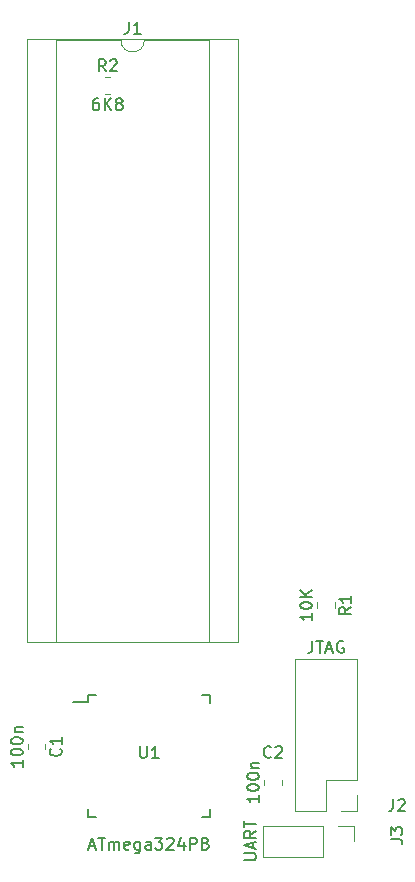
<source format=gbr>
%TF.GenerationSoftware,KiCad,Pcbnew,(6.0.8)*%
%TF.CreationDate,2023-11-14T22:14:52+01:00*%
%TF.ProjectId,B780_CPU,42373830-5f43-4505-952e-6b696361645f,rev?*%
%TF.SameCoordinates,Original*%
%TF.FileFunction,Legend,Top*%
%TF.FilePolarity,Positive*%
%FSLAX46Y46*%
G04 Gerber Fmt 4.6, Leading zero omitted, Abs format (unit mm)*
G04 Created by KiCad (PCBNEW (6.0.8)) date 2023-11-14 22:14:52*
%MOMM*%
%LPD*%
G01*
G04 APERTURE LIST*
%ADD10C,0.150000*%
%ADD11C,0.120000*%
G04 APERTURE END LIST*
D10*
%TO.C,C1*%
X70507142Y-97666666D02*
X70554761Y-97714285D01*
X70602380Y-97857142D01*
X70602380Y-97952380D01*
X70554761Y-98095238D01*
X70459523Y-98190476D01*
X70364285Y-98238095D01*
X70173809Y-98285714D01*
X70030952Y-98285714D01*
X69840476Y-98238095D01*
X69745238Y-98190476D01*
X69650000Y-98095238D01*
X69602380Y-97952380D01*
X69602380Y-97857142D01*
X69650000Y-97714285D01*
X69697619Y-97666666D01*
X70602380Y-96714285D02*
X70602380Y-97285714D01*
X70602380Y-97000000D02*
X69602380Y-97000000D01*
X69745238Y-97095238D01*
X69840476Y-97190476D01*
X69888095Y-97285714D01*
X67302380Y-98619047D02*
X67302380Y-99190476D01*
X67302380Y-98904761D02*
X66302380Y-98904761D01*
X66445238Y-99000000D01*
X66540476Y-99095238D01*
X66588095Y-99190476D01*
X66302380Y-98000000D02*
X66302380Y-97904761D01*
X66350000Y-97809523D01*
X66397619Y-97761904D01*
X66492857Y-97714285D01*
X66683333Y-97666666D01*
X66921428Y-97666666D01*
X67111904Y-97714285D01*
X67207142Y-97761904D01*
X67254761Y-97809523D01*
X67302380Y-97904761D01*
X67302380Y-98000000D01*
X67254761Y-98095238D01*
X67207142Y-98142857D01*
X67111904Y-98190476D01*
X66921428Y-98238095D01*
X66683333Y-98238095D01*
X66492857Y-98190476D01*
X66397619Y-98142857D01*
X66350000Y-98095238D01*
X66302380Y-98000000D01*
X66302380Y-97047619D02*
X66302380Y-96952380D01*
X66350000Y-96857142D01*
X66397619Y-96809523D01*
X66492857Y-96761904D01*
X66683333Y-96714285D01*
X66921428Y-96714285D01*
X67111904Y-96761904D01*
X67207142Y-96809523D01*
X67254761Y-96857142D01*
X67302380Y-96952380D01*
X67302380Y-97047619D01*
X67254761Y-97142857D01*
X67207142Y-97190476D01*
X67111904Y-97238095D01*
X66921428Y-97285714D01*
X66683333Y-97285714D01*
X66492857Y-97238095D01*
X66397619Y-97190476D01*
X66350000Y-97142857D01*
X66302380Y-97047619D01*
X66635714Y-96285714D02*
X67302380Y-96285714D01*
X66730952Y-96285714D02*
X66683333Y-96238095D01*
X66635714Y-96142857D01*
X66635714Y-96000000D01*
X66683333Y-95904761D01*
X66778571Y-95857142D01*
X67302380Y-95857142D01*
%TO.C,J1*%
X76286666Y-36122380D02*
X76286666Y-36836666D01*
X76239047Y-36979523D01*
X76143809Y-37074761D01*
X76000952Y-37122380D01*
X75905714Y-37122380D01*
X77286666Y-37122380D02*
X76715238Y-37122380D01*
X77000952Y-37122380D02*
X77000952Y-36122380D01*
X76905714Y-36265238D01*
X76810476Y-36360476D01*
X76715238Y-36408095D01*
%TO.C,U1*%
X77238095Y-97452380D02*
X77238095Y-98261904D01*
X77285714Y-98357142D01*
X77333333Y-98404761D01*
X77428571Y-98452380D01*
X77619047Y-98452380D01*
X77714285Y-98404761D01*
X77761904Y-98357142D01*
X77809523Y-98261904D01*
X77809523Y-97452380D01*
X78809523Y-98452380D02*
X78238095Y-98452380D01*
X78523809Y-98452380D02*
X78523809Y-97452380D01*
X78428571Y-97595238D01*
X78333333Y-97690476D01*
X78238095Y-97738095D01*
X72952380Y-105916666D02*
X73428571Y-105916666D01*
X72857142Y-106202380D02*
X73190476Y-105202380D01*
X73523809Y-106202380D01*
X73714285Y-105202380D02*
X74285714Y-105202380D01*
X74000000Y-106202380D02*
X74000000Y-105202380D01*
X74619047Y-106202380D02*
X74619047Y-105535714D01*
X74619047Y-105630952D02*
X74666666Y-105583333D01*
X74761904Y-105535714D01*
X74904761Y-105535714D01*
X75000000Y-105583333D01*
X75047619Y-105678571D01*
X75047619Y-106202380D01*
X75047619Y-105678571D02*
X75095238Y-105583333D01*
X75190476Y-105535714D01*
X75333333Y-105535714D01*
X75428571Y-105583333D01*
X75476190Y-105678571D01*
X75476190Y-106202380D01*
X76333333Y-106154761D02*
X76238095Y-106202380D01*
X76047619Y-106202380D01*
X75952380Y-106154761D01*
X75904761Y-106059523D01*
X75904761Y-105678571D01*
X75952380Y-105583333D01*
X76047619Y-105535714D01*
X76238095Y-105535714D01*
X76333333Y-105583333D01*
X76380952Y-105678571D01*
X76380952Y-105773809D01*
X75904761Y-105869047D01*
X77238095Y-105535714D02*
X77238095Y-106345238D01*
X77190476Y-106440476D01*
X77142857Y-106488095D01*
X77047619Y-106535714D01*
X76904761Y-106535714D01*
X76809523Y-106488095D01*
X77238095Y-106154761D02*
X77142857Y-106202380D01*
X76952380Y-106202380D01*
X76857142Y-106154761D01*
X76809523Y-106107142D01*
X76761904Y-106011904D01*
X76761904Y-105726190D01*
X76809523Y-105630952D01*
X76857142Y-105583333D01*
X76952380Y-105535714D01*
X77142857Y-105535714D01*
X77238095Y-105583333D01*
X78142857Y-106202380D02*
X78142857Y-105678571D01*
X78095238Y-105583333D01*
X78000000Y-105535714D01*
X77809523Y-105535714D01*
X77714285Y-105583333D01*
X78142857Y-106154761D02*
X78047619Y-106202380D01*
X77809523Y-106202380D01*
X77714285Y-106154761D01*
X77666666Y-106059523D01*
X77666666Y-105964285D01*
X77714285Y-105869047D01*
X77809523Y-105821428D01*
X78047619Y-105821428D01*
X78142857Y-105773809D01*
X78523809Y-105202380D02*
X79142857Y-105202380D01*
X78809523Y-105583333D01*
X78952380Y-105583333D01*
X79047619Y-105630952D01*
X79095238Y-105678571D01*
X79142857Y-105773809D01*
X79142857Y-106011904D01*
X79095238Y-106107142D01*
X79047619Y-106154761D01*
X78952380Y-106202380D01*
X78666666Y-106202380D01*
X78571428Y-106154761D01*
X78523809Y-106107142D01*
X79523809Y-105297619D02*
X79571428Y-105250000D01*
X79666666Y-105202380D01*
X79904761Y-105202380D01*
X80000000Y-105250000D01*
X80047619Y-105297619D01*
X80095238Y-105392857D01*
X80095238Y-105488095D01*
X80047619Y-105630952D01*
X79476190Y-106202380D01*
X80095238Y-106202380D01*
X80952380Y-105535714D02*
X80952380Y-106202380D01*
X80714285Y-105154761D02*
X80476190Y-105869047D01*
X81095238Y-105869047D01*
X81476190Y-106202380D02*
X81476190Y-105202380D01*
X81857142Y-105202380D01*
X81952380Y-105250000D01*
X82000000Y-105297619D01*
X82047619Y-105392857D01*
X82047619Y-105535714D01*
X82000000Y-105630952D01*
X81952380Y-105678571D01*
X81857142Y-105726190D01*
X81476190Y-105726190D01*
X82809523Y-105678571D02*
X82952380Y-105726190D01*
X83000000Y-105773809D01*
X83047619Y-105869047D01*
X83047619Y-106011904D01*
X83000000Y-106107142D01*
X82952380Y-106154761D01*
X82857142Y-106202380D01*
X82476190Y-106202380D01*
X82476190Y-105202380D01*
X82809523Y-105202380D01*
X82904761Y-105250000D01*
X82952380Y-105297619D01*
X83000000Y-105392857D01*
X83000000Y-105488095D01*
X82952380Y-105583333D01*
X82904761Y-105630952D01*
X82809523Y-105678571D01*
X82476190Y-105678571D01*
%TO.C,C2*%
X88333333Y-98357142D02*
X88285714Y-98404761D01*
X88142857Y-98452380D01*
X88047619Y-98452380D01*
X87904761Y-98404761D01*
X87809523Y-98309523D01*
X87761904Y-98214285D01*
X87714285Y-98023809D01*
X87714285Y-97880952D01*
X87761904Y-97690476D01*
X87809523Y-97595238D01*
X87904761Y-97500000D01*
X88047619Y-97452380D01*
X88142857Y-97452380D01*
X88285714Y-97500000D01*
X88333333Y-97547619D01*
X88714285Y-97547619D02*
X88761904Y-97500000D01*
X88857142Y-97452380D01*
X89095238Y-97452380D01*
X89190476Y-97500000D01*
X89238095Y-97547619D01*
X89285714Y-97642857D01*
X89285714Y-97738095D01*
X89238095Y-97880952D01*
X88666666Y-98452380D01*
X89285714Y-98452380D01*
X87302380Y-101619047D02*
X87302380Y-102190476D01*
X87302380Y-101904761D02*
X86302380Y-101904761D01*
X86445238Y-102000000D01*
X86540476Y-102095238D01*
X86588095Y-102190476D01*
X86302380Y-101000000D02*
X86302380Y-100904761D01*
X86350000Y-100809523D01*
X86397619Y-100761904D01*
X86492857Y-100714285D01*
X86683333Y-100666666D01*
X86921428Y-100666666D01*
X87111904Y-100714285D01*
X87207142Y-100761904D01*
X87254761Y-100809523D01*
X87302380Y-100904761D01*
X87302380Y-101000000D01*
X87254761Y-101095238D01*
X87207142Y-101142857D01*
X87111904Y-101190476D01*
X86921428Y-101238095D01*
X86683333Y-101238095D01*
X86492857Y-101190476D01*
X86397619Y-101142857D01*
X86350000Y-101095238D01*
X86302380Y-101000000D01*
X86302380Y-100047619D02*
X86302380Y-99952380D01*
X86350000Y-99857142D01*
X86397619Y-99809523D01*
X86492857Y-99761904D01*
X86683333Y-99714285D01*
X86921428Y-99714285D01*
X87111904Y-99761904D01*
X87207142Y-99809523D01*
X87254761Y-99857142D01*
X87302380Y-99952380D01*
X87302380Y-100047619D01*
X87254761Y-100142857D01*
X87207142Y-100190476D01*
X87111904Y-100238095D01*
X86921428Y-100285714D01*
X86683333Y-100285714D01*
X86492857Y-100238095D01*
X86397619Y-100190476D01*
X86350000Y-100142857D01*
X86302380Y-100047619D01*
X86635714Y-99285714D02*
X87302380Y-99285714D01*
X86730952Y-99285714D02*
X86683333Y-99238095D01*
X86635714Y-99142857D01*
X86635714Y-99000000D01*
X86683333Y-98904761D01*
X86778571Y-98857142D01*
X87302380Y-98857142D01*
%TO.C,R1*%
X95102380Y-85666666D02*
X94626190Y-86000000D01*
X95102380Y-86238095D02*
X94102380Y-86238095D01*
X94102380Y-85857142D01*
X94150000Y-85761904D01*
X94197619Y-85714285D01*
X94292857Y-85666666D01*
X94435714Y-85666666D01*
X94530952Y-85714285D01*
X94578571Y-85761904D01*
X94626190Y-85857142D01*
X94626190Y-86238095D01*
X95102380Y-84714285D02*
X95102380Y-85285714D01*
X95102380Y-85000000D02*
X94102380Y-85000000D01*
X94245238Y-85095238D01*
X94340476Y-85190476D01*
X94388095Y-85285714D01*
X91802380Y-86190476D02*
X91802380Y-86761904D01*
X91802380Y-86476190D02*
X90802380Y-86476190D01*
X90945238Y-86571428D01*
X91040476Y-86666666D01*
X91088095Y-86761904D01*
X90802380Y-85571428D02*
X90802380Y-85476190D01*
X90850000Y-85380952D01*
X90897619Y-85333333D01*
X90992857Y-85285714D01*
X91183333Y-85238095D01*
X91421428Y-85238095D01*
X91611904Y-85285714D01*
X91707142Y-85333333D01*
X91754761Y-85380952D01*
X91802380Y-85476190D01*
X91802380Y-85571428D01*
X91754761Y-85666666D01*
X91707142Y-85714285D01*
X91611904Y-85761904D01*
X91421428Y-85809523D01*
X91183333Y-85809523D01*
X90992857Y-85761904D01*
X90897619Y-85714285D01*
X90850000Y-85666666D01*
X90802380Y-85571428D01*
X91802380Y-84809523D02*
X90802380Y-84809523D01*
X91802380Y-84238095D02*
X91230952Y-84666666D01*
X90802380Y-84238095D02*
X91373809Y-84809523D01*
%TO.C,R2*%
X74333333Y-40302380D02*
X74000000Y-39826190D01*
X73761904Y-40302380D02*
X73761904Y-39302380D01*
X74142857Y-39302380D01*
X74238095Y-39350000D01*
X74285714Y-39397619D01*
X74333333Y-39492857D01*
X74333333Y-39635714D01*
X74285714Y-39730952D01*
X74238095Y-39778571D01*
X74142857Y-39826190D01*
X73761904Y-39826190D01*
X74714285Y-39397619D02*
X74761904Y-39350000D01*
X74857142Y-39302380D01*
X75095238Y-39302380D01*
X75190476Y-39350000D01*
X75238095Y-39397619D01*
X75285714Y-39492857D01*
X75285714Y-39588095D01*
X75238095Y-39730952D01*
X74666666Y-40302380D01*
X75285714Y-40302380D01*
X73714285Y-42602380D02*
X73523809Y-42602380D01*
X73428571Y-42650000D01*
X73380952Y-42697619D01*
X73285714Y-42840476D01*
X73238095Y-43030952D01*
X73238095Y-43411904D01*
X73285714Y-43507142D01*
X73333333Y-43554761D01*
X73428571Y-43602380D01*
X73619047Y-43602380D01*
X73714285Y-43554761D01*
X73761904Y-43507142D01*
X73809523Y-43411904D01*
X73809523Y-43173809D01*
X73761904Y-43078571D01*
X73714285Y-43030952D01*
X73619047Y-42983333D01*
X73428571Y-42983333D01*
X73333333Y-43030952D01*
X73285714Y-43078571D01*
X73238095Y-43173809D01*
X74238095Y-43602380D02*
X74238095Y-42602380D01*
X74809523Y-43602380D02*
X74380952Y-43030952D01*
X74809523Y-42602380D02*
X74238095Y-43173809D01*
X75380952Y-43030952D02*
X75285714Y-42983333D01*
X75238095Y-42935714D01*
X75190476Y-42840476D01*
X75190476Y-42792857D01*
X75238095Y-42697619D01*
X75285714Y-42650000D01*
X75380952Y-42602380D01*
X75571428Y-42602380D01*
X75666666Y-42650000D01*
X75714285Y-42697619D01*
X75761904Y-42792857D01*
X75761904Y-42840476D01*
X75714285Y-42935714D01*
X75666666Y-42983333D01*
X75571428Y-43030952D01*
X75380952Y-43030952D01*
X75285714Y-43078571D01*
X75238095Y-43126190D01*
X75190476Y-43221428D01*
X75190476Y-43411904D01*
X75238095Y-43507142D01*
X75285714Y-43554761D01*
X75380952Y-43602380D01*
X75571428Y-43602380D01*
X75666666Y-43554761D01*
X75714285Y-43507142D01*
X75761904Y-43411904D01*
X75761904Y-43221428D01*
X75714285Y-43126190D01*
X75666666Y-43078571D01*
X75571428Y-43030952D01*
%TO.C,J3*%
X98452380Y-105333333D02*
X99166666Y-105333333D01*
X99309523Y-105380952D01*
X99404761Y-105476190D01*
X99452380Y-105619047D01*
X99452380Y-105714285D01*
X98452380Y-104952380D02*
X98452380Y-104333333D01*
X98833333Y-104666666D01*
X98833333Y-104523809D01*
X98880952Y-104428571D01*
X98928571Y-104380952D01*
X99023809Y-104333333D01*
X99261904Y-104333333D01*
X99357142Y-104380952D01*
X99404761Y-104428571D01*
X99452380Y-104523809D01*
X99452380Y-104809523D01*
X99404761Y-104904761D01*
X99357142Y-104952380D01*
X86067380Y-107095238D02*
X86876904Y-107095238D01*
X86972142Y-107047619D01*
X87019761Y-107000000D01*
X87067380Y-106904761D01*
X87067380Y-106714285D01*
X87019761Y-106619047D01*
X86972142Y-106571428D01*
X86876904Y-106523809D01*
X86067380Y-106523809D01*
X86781666Y-106095238D02*
X86781666Y-105619047D01*
X87067380Y-106190476D02*
X86067380Y-105857142D01*
X87067380Y-105523809D01*
X87067380Y-104619047D02*
X86591190Y-104952380D01*
X87067380Y-105190476D02*
X86067380Y-105190476D01*
X86067380Y-104809523D01*
X86115000Y-104714285D01*
X86162619Y-104666666D01*
X86257857Y-104619047D01*
X86400714Y-104619047D01*
X86495952Y-104666666D01*
X86543571Y-104714285D01*
X86591190Y-104809523D01*
X86591190Y-105190476D01*
X86067380Y-104333333D02*
X86067380Y-103761904D01*
X87067380Y-104047619D02*
X86067380Y-104047619D01*
%TO.C,J2*%
X98666666Y-101952380D02*
X98666666Y-102666666D01*
X98619047Y-102809523D01*
X98523809Y-102904761D01*
X98380952Y-102952380D01*
X98285714Y-102952380D01*
X99095238Y-102047619D02*
X99142857Y-102000000D01*
X99238095Y-101952380D01*
X99476190Y-101952380D01*
X99571428Y-102000000D01*
X99619047Y-102047619D01*
X99666666Y-102142857D01*
X99666666Y-102238095D01*
X99619047Y-102380952D01*
X99047619Y-102952380D01*
X99666666Y-102952380D01*
X91838333Y-88537380D02*
X91838333Y-89251666D01*
X91790714Y-89394523D01*
X91695476Y-89489761D01*
X91552619Y-89537380D01*
X91457380Y-89537380D01*
X92171666Y-88537380D02*
X92743095Y-88537380D01*
X92457380Y-89537380D02*
X92457380Y-88537380D01*
X93028809Y-89251666D02*
X93505000Y-89251666D01*
X92933571Y-89537380D02*
X93266904Y-88537380D01*
X93600238Y-89537380D01*
X94457380Y-88585000D02*
X94362142Y-88537380D01*
X94219285Y-88537380D01*
X94076428Y-88585000D01*
X93981190Y-88680238D01*
X93933571Y-88775476D01*
X93885952Y-88965952D01*
X93885952Y-89108809D01*
X93933571Y-89299285D01*
X93981190Y-89394523D01*
X94076428Y-89489761D01*
X94219285Y-89537380D01*
X94314523Y-89537380D01*
X94457380Y-89489761D01*
X94505000Y-89442142D01*
X94505000Y-89108809D01*
X94314523Y-89108809D01*
D11*
%TO.C,C1*%
X69235000Y-97272936D02*
X69235000Y-97727064D01*
X67765000Y-97272936D02*
X67765000Y-97727064D01*
%TO.C,J1*%
X67670000Y-88650000D02*
X85570000Y-88650000D01*
X83080000Y-88590000D02*
X83080000Y-37670000D01*
X75620000Y-37670000D02*
X70160000Y-37670000D01*
X67670000Y-37610000D02*
X67670000Y-88650000D01*
X85570000Y-37610000D02*
X67670000Y-37610000D01*
X70160000Y-37670000D02*
X70160000Y-88590000D01*
X85570000Y-88650000D02*
X85570000Y-37610000D01*
X83080000Y-37670000D02*
X77620000Y-37670000D01*
X70160000Y-88590000D02*
X83080000Y-88590000D01*
X75620000Y-37670000D02*
G75*
G03*
X77620000Y-37670000I1000000J0D01*
G01*
D10*
%TO.C,U1*%
X72825000Y-93125000D02*
X73500000Y-93125000D01*
X83175000Y-93125000D02*
X83175000Y-93800000D01*
X72825000Y-93700000D02*
X71550000Y-93700000D01*
X83175000Y-103475000D02*
X83175000Y-102800000D01*
X72825000Y-93125000D02*
X72825000Y-93700000D01*
X72825000Y-103475000D02*
X72825000Y-102800000D01*
X72825000Y-103475000D02*
X73500000Y-103475000D01*
X83175000Y-93125000D02*
X82500000Y-93125000D01*
X83175000Y-103475000D02*
X82500000Y-103475000D01*
D11*
%TO.C,C2*%
X87765000Y-100272936D02*
X87765000Y-100727064D01*
X89235000Y-100272936D02*
X89235000Y-100727064D01*
%TO.C,R1*%
X92265000Y-85272936D02*
X92265000Y-85727064D01*
X93735000Y-85272936D02*
X93735000Y-85727064D01*
%TO.C,R2*%
X74272936Y-42235000D02*
X74727064Y-42235000D01*
X74272936Y-40765000D02*
X74727064Y-40765000D01*
%TO.C,J3*%
X92755000Y-106830000D02*
X87615000Y-106830000D01*
X92755000Y-104170000D02*
X92755000Y-106830000D01*
X94025000Y-104170000D02*
X95355000Y-104170000D01*
X92755000Y-104170000D02*
X87615000Y-104170000D01*
X95355000Y-104170000D02*
X95355000Y-105500000D01*
X87615000Y-104170000D02*
X87615000Y-106830000D01*
%TO.C,J2*%
X95605000Y-102905000D02*
X94275000Y-102905000D01*
X95605000Y-100305000D02*
X95605000Y-90085000D01*
X95605000Y-101575000D02*
X95605000Y-102905000D01*
X90405000Y-102905000D02*
X90405000Y-90085000D01*
X95605000Y-100305000D02*
X93005000Y-100305000D01*
X93005000Y-102905000D02*
X90405000Y-102905000D01*
X95605000Y-90085000D02*
X90405000Y-90085000D01*
X93005000Y-100305000D02*
X93005000Y-102905000D01*
%TD*%
M02*

</source>
